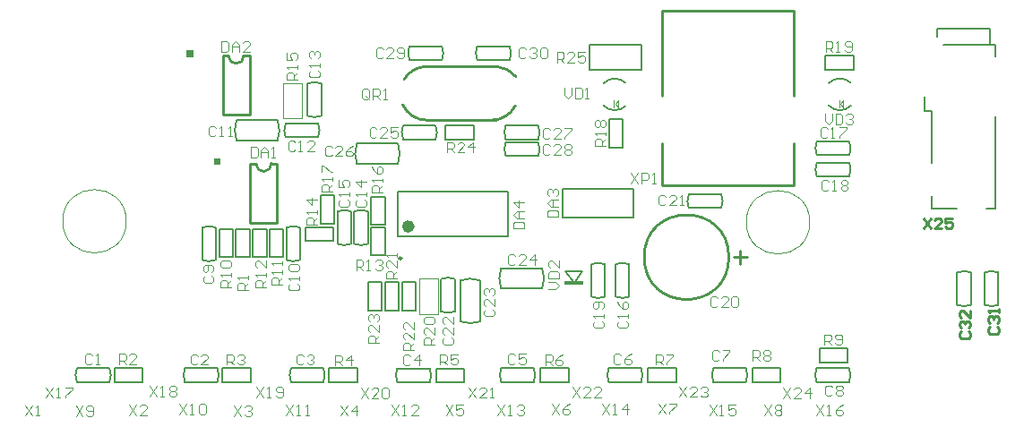
<source format=gto>
G04 Layer_Color=65535*
%FSLAX24Y24*%
%MOIN*%
G70*
G01*
G75*
%ADD10C,0.0079*%
%ADD32C,0.0098*%
%ADD41C,0.0039*%
%ADD42C,0.0070*%
%ADD43C,0.0071*%
%ADD44C,0.0100*%
%ADD45C,0.0236*%
%ADD46C,0.0070*%
G36*
X54277Y36374D02*
X53557D01*
Y36484D01*
X54277D01*
Y36374D01*
D02*
G37*
G36*
X40780Y40821D02*
X40530D01*
Y41071D01*
X40780D01*
Y40821D01*
D02*
G37*
G36*
X39756Y44837D02*
X39506D01*
Y45087D01*
X39756D01*
Y44837D01*
D02*
G37*
D10*
X67441Y45591D02*
Y45886D01*
X69409D01*
Y45295D02*
Y45886D01*
X66968Y42815D02*
Y43346D01*
X69252Y39193D02*
X69606D01*
Y42638D01*
Y44843D02*
Y45295D01*
X67244Y39193D02*
X68169D01*
X67244D02*
Y39646D01*
Y40906D02*
Y42815D01*
X66968D02*
X67244D01*
X67677Y45295D02*
X69606D01*
X53917Y36424D02*
X54247Y36854D01*
X53587D02*
X53917Y36424D01*
X53587Y36854D02*
X54247D01*
X47382Y38146D02*
X51476D01*
X47382Y39839D02*
X51476D01*
X47382Y38146D02*
Y39839D01*
X51476Y38146D02*
Y39839D01*
X53504Y39921D02*
X56142D01*
X53504Y38858D02*
X56142D01*
Y39921D01*
X53504Y38858D02*
Y39921D01*
D32*
X47510Y37343D02*
G03*
X47510Y37343I-49J0D01*
G01*
D41*
X37264Y38720D02*
G03*
X37264Y38720I-1181J0D01*
G01*
X62697Y38681D02*
G03*
X62697Y38681I-1181J0D01*
G01*
X63829Y43091D02*
X63947Y43209D01*
X63829Y43091D02*
X63947Y42972D01*
Y43209D01*
X63789Y42972D02*
Y43209D01*
X55453Y43091D02*
X55571Y43209D01*
X55453Y43091D02*
X55571Y42972D01*
Y43209D01*
X55413Y42972D02*
Y43209D01*
X48173Y36583D02*
X48874D01*
X48173Y35268D02*
X48874D01*
X48173D02*
Y36583D01*
X48874Y35268D02*
Y36583D01*
X43094Y43866D02*
X43795D01*
X43094Y42551D02*
X43795D01*
X43094D02*
Y43866D01*
X43795Y42551D02*
Y43866D01*
X36010Y33714D02*
X35945Y33779D01*
X35814D01*
X35748Y33714D01*
Y33451D01*
X35814Y33386D01*
X35945D01*
X36010Y33451D01*
X36142Y33386D02*
X36273D01*
X36207D01*
Y33779D01*
X36142Y33714D01*
X39918Y33704D02*
X39852Y33770D01*
X39721D01*
X39656Y33704D01*
Y33442D01*
X39721Y33376D01*
X39852D01*
X39918Y33442D01*
X40311Y33376D02*
X40049D01*
X40311Y33638D01*
Y33704D01*
X40246Y33770D01*
X40115D01*
X40049Y33704D01*
X43855D02*
X43789Y33770D01*
X43658D01*
X43593Y33704D01*
Y33442D01*
X43658Y33376D01*
X43789D01*
X43855Y33442D01*
X43986Y33704D02*
X44052Y33770D01*
X44183D01*
X44248Y33704D01*
Y33638D01*
X44183Y33573D01*
X44117D01*
X44183D01*
X44248Y33507D01*
Y33442D01*
X44183Y33376D01*
X44052D01*
X43986Y33442D01*
X47841Y33684D02*
X47776Y33750D01*
X47644D01*
X47579Y33684D01*
Y33422D01*
X47644Y33356D01*
X47776D01*
X47841Y33422D01*
X48169Y33356D02*
Y33750D01*
X47972Y33553D01*
X48235D01*
X51729Y33714D02*
X51663Y33779D01*
X51532D01*
X51467Y33714D01*
Y33451D01*
X51532Y33386D01*
X51663D01*
X51729Y33451D01*
X52122Y33779D02*
X51860D01*
Y33583D01*
X51991Y33648D01*
X52057D01*
X52122Y33583D01*
Y33451D01*
X52057Y33386D01*
X51926D01*
X51860Y33451D01*
X55676Y33714D02*
X55610Y33779D01*
X55479D01*
X55413Y33714D01*
Y33451D01*
X55479Y33386D01*
X55610D01*
X55676Y33451D01*
X56069Y33779D02*
X55938Y33714D01*
X55807Y33583D01*
Y33451D01*
X55873Y33386D01*
X56004D01*
X56069Y33451D01*
Y33517D01*
X56004Y33583D01*
X55807D01*
X59322Y33848D02*
X59257Y33914D01*
X59126D01*
X59060Y33848D01*
Y33586D01*
X59126Y33520D01*
X59257D01*
X59322Y33586D01*
X59454Y33914D02*
X59716D01*
Y33848D01*
X59454Y33586D01*
Y33520D01*
X63540Y32543D02*
X63474Y32608D01*
X63343D01*
X63278Y32543D01*
Y32280D01*
X63343Y32215D01*
X63474D01*
X63540Y32280D01*
X63671Y32543D02*
X63737Y32608D01*
X63868D01*
X63934Y32543D01*
Y32477D01*
X63868Y32411D01*
X63934Y32346D01*
Y32280D01*
X63868Y32215D01*
X63737D01*
X63671Y32280D01*
Y32346D01*
X63737Y32411D01*
X63671Y32477D01*
Y32543D01*
X63737Y32411D02*
X63868D01*
X40184Y36699D02*
X40118Y36634D01*
Y36503D01*
X40184Y36437D01*
X40446D01*
X40512Y36503D01*
Y36634D01*
X40446Y36699D01*
Y36831D02*
X40512Y36896D01*
Y37027D01*
X40446Y37093D01*
X40184D01*
X40118Y37027D01*
Y36896D01*
X40184Y36831D01*
X40249D01*
X40315Y36896D01*
Y37093D01*
X43363Y36404D02*
X43297Y36339D01*
Y36207D01*
X43363Y36142D01*
X43625D01*
X43691Y36207D01*
Y36339D01*
X43625Y36404D01*
X43691Y36535D02*
Y36667D01*
Y36601D01*
X43297D01*
X43363Y36535D01*
Y36863D02*
X43297Y36929D01*
Y37060D01*
X43363Y37126D01*
X43625D01*
X43691Y37060D01*
Y36929D01*
X43625Y36863D01*
X43363D01*
X40597Y42208D02*
X40531Y42274D01*
X40400D01*
X40335Y42208D01*
Y41946D01*
X40400Y41880D01*
X40531D01*
X40597Y41946D01*
X40728Y41880D02*
X40859D01*
X40794D01*
Y42274D01*
X40728Y42208D01*
X41056Y41880D02*
X41187D01*
X41122D01*
Y42274D01*
X41056Y42208D01*
X43550Y41647D02*
X43484Y41712D01*
X43353D01*
X43287Y41647D01*
Y41384D01*
X43353Y41319D01*
X43484D01*
X43550Y41384D01*
X43681Y41319D02*
X43812D01*
X43747D01*
Y41712D01*
X43681Y41647D01*
X44271Y41319D02*
X44009D01*
X44271Y41581D01*
Y41647D01*
X44206Y41712D01*
X44075D01*
X44009Y41647D01*
X44141Y44337D02*
X44075Y44272D01*
Y44140D01*
X44141Y44075D01*
X44403D01*
X44468Y44140D01*
Y44272D01*
X44403Y44337D01*
X44468Y44468D02*
Y44600D01*
Y44534D01*
X44075D01*
X44141Y44468D01*
Y44796D02*
X44075Y44862D01*
Y44993D01*
X44141Y45059D01*
X44206D01*
X44272Y44993D01*
Y44928D01*
Y44993D01*
X44337Y45059D01*
X44403D01*
X44468Y44993D01*
Y44862D01*
X44403Y44796D01*
X45873Y39534D02*
X45807Y39468D01*
Y39337D01*
X45873Y39272D01*
X46135D01*
X46201Y39337D01*
Y39468D01*
X46135Y39534D01*
X46201Y39665D02*
Y39796D01*
Y39731D01*
X45807D01*
X45873Y39665D01*
X46201Y40190D02*
X45807D01*
X46004Y39993D01*
Y40256D01*
X45243Y39534D02*
X45177Y39468D01*
Y39337D01*
X45243Y39272D01*
X45505D01*
X45571Y39337D01*
Y39468D01*
X45505Y39534D01*
X45571Y39665D02*
Y39796D01*
Y39731D01*
X45177D01*
X45243Y39665D01*
X45177Y40256D02*
Y39993D01*
X45374D01*
X45308Y40124D01*
Y40190D01*
X45374Y40256D01*
X45505D01*
X45571Y40190D01*
Y40059D01*
X45505Y39993D01*
X55597Y35006D02*
X55532Y34941D01*
Y34810D01*
X55597Y34744D01*
X55860D01*
X55925Y34810D01*
Y34941D01*
X55860Y35006D01*
X55925Y35138D02*
Y35269D01*
Y35203D01*
X55532D01*
X55597Y35138D01*
X55532Y35728D02*
X55597Y35597D01*
X55728Y35466D01*
X55860D01*
X55925Y35531D01*
Y35662D01*
X55860Y35728D01*
X55794D01*
X55728Y35662D01*
Y35466D01*
X63353Y42159D02*
X63287Y42224D01*
X63156D01*
X63091Y42159D01*
Y41896D01*
X63156Y41831D01*
X63287D01*
X63353Y41896D01*
X63484Y41831D02*
X63615D01*
X63550D01*
Y42224D01*
X63484Y42159D01*
X63812Y42224D02*
X64074D01*
Y42159D01*
X63812Y41896D01*
Y41831D01*
X63392Y40190D02*
X63327Y40256D01*
X63196D01*
X63130Y40190D01*
Y39928D01*
X63196Y39862D01*
X63327D01*
X63392Y39928D01*
X63524Y39862D02*
X63655D01*
X63589D01*
Y40256D01*
X63524Y40190D01*
X63851D02*
X63917Y40256D01*
X64048D01*
X64114Y40190D01*
Y40125D01*
X64048Y40059D01*
X64114Y39993D01*
Y39928D01*
X64048Y39862D01*
X63917D01*
X63851Y39928D01*
Y39993D01*
X63917Y40059D01*
X63851Y40125D01*
Y40190D01*
X63917Y40059D02*
X64048D01*
X54692Y35006D02*
X54626Y34941D01*
Y34810D01*
X54692Y34744D01*
X54954D01*
X55020Y34810D01*
Y34941D01*
X54954Y35006D01*
X55020Y35138D02*
Y35269D01*
Y35203D01*
X54626D01*
X54692Y35138D01*
X54954Y35466D02*
X55020Y35531D01*
Y35662D01*
X54954Y35728D01*
X54692D01*
X54626Y35662D01*
Y35531D01*
X54692Y35466D01*
X54757D01*
X54823Y35531D01*
Y35728D01*
X59258Y35859D02*
X59193Y35925D01*
X59062D01*
X58996Y35859D01*
Y35597D01*
X59062Y35531D01*
X59193D01*
X59258Y35597D01*
X59652Y35531D02*
X59390D01*
X59652Y35794D01*
Y35859D01*
X59586Y35925D01*
X59455D01*
X59390Y35859D01*
X59783D02*
X59849Y35925D01*
X59980D01*
X60046Y35859D01*
Y35597D01*
X59980Y35531D01*
X59849D01*
X59783Y35597D01*
Y35859D01*
X57329Y39639D02*
X57264Y39705D01*
X57133D01*
X57067Y39639D01*
Y39377D01*
X57133Y39311D01*
X57264D01*
X57329Y39377D01*
X57723Y39311D02*
X57460D01*
X57723Y39573D01*
Y39639D01*
X57657Y39705D01*
X57526D01*
X57460Y39639D01*
X57854Y39311D02*
X57985D01*
X57920D01*
Y39705D01*
X57854Y39639D01*
X49101Y34377D02*
X49036Y34311D01*
Y34180D01*
X49101Y34114D01*
X49364D01*
X49429Y34180D01*
Y34311D01*
X49364Y34377D01*
X49429Y34770D02*
Y34508D01*
X49167Y34770D01*
X49101D01*
X49036Y34705D01*
Y34573D01*
X49101Y34508D01*
X49429Y35164D02*
Y34901D01*
X49167Y35164D01*
X49101D01*
X49036Y35098D01*
Y34967D01*
X49101Y34901D01*
X50637Y35440D02*
X50571Y35374D01*
Y35243D01*
X50637Y35177D01*
X50899D01*
X50965Y35243D01*
Y35374D01*
X50899Y35440D01*
X50965Y35833D02*
Y35571D01*
X50702Y35833D01*
X50637D01*
X50571Y35768D01*
Y35636D01*
X50637Y35571D01*
Y35964D02*
X50571Y36030D01*
Y36161D01*
X50637Y36227D01*
X50702D01*
X50768Y36161D01*
Y36095D01*
Y36161D01*
X50833Y36227D01*
X50899D01*
X50965Y36161D01*
Y36030D01*
X50899Y35964D01*
X51739Y37434D02*
X51673Y37500D01*
X51542D01*
X51476Y37434D01*
Y37172D01*
X51542Y37106D01*
X51673D01*
X51739Y37172D01*
X52132Y37106D02*
X51870D01*
X52132Y37369D01*
Y37434D01*
X52067Y37500D01*
X51936D01*
X51870Y37434D01*
X52460Y37106D02*
Y37500D01*
X52264Y37303D01*
X52526D01*
X46581Y42159D02*
X46516Y42224D01*
X46384D01*
X46319Y42159D01*
Y41896D01*
X46384Y41831D01*
X46516D01*
X46581Y41896D01*
X46975Y41831D02*
X46712D01*
X46975Y42093D01*
Y42159D01*
X46909Y42224D01*
X46778D01*
X46712Y42159D01*
X47368Y42224D02*
X47106D01*
Y42027D01*
X47237Y42093D01*
X47303D01*
X47368Y42027D01*
Y41896D01*
X47303Y41831D01*
X47172D01*
X47106Y41896D01*
X44918Y41470D02*
X44852Y41535D01*
X44721D01*
X44656Y41470D01*
Y41207D01*
X44721Y41142D01*
X44852D01*
X44918Y41207D01*
X45311Y41142D02*
X45049D01*
X45311Y41404D01*
Y41470D01*
X45246Y41535D01*
X45115D01*
X45049Y41470D01*
X45705Y41535D02*
X45574Y41470D01*
X45443Y41339D01*
Y41207D01*
X45508Y41142D01*
X45639D01*
X45705Y41207D01*
Y41273D01*
X45639Y41339D01*
X45443D01*
X53038Y42118D02*
X52972Y42184D01*
X52841D01*
X52776Y42118D01*
Y41856D01*
X52841Y41790D01*
X52972D01*
X53038Y41856D01*
X53432Y41790D02*
X53169D01*
X53432Y42053D01*
Y42118D01*
X53366Y42184D01*
X53235D01*
X53169Y42118D01*
X53563Y42184D02*
X53825D01*
Y42118D01*
X53563Y41856D01*
Y41790D01*
X53038Y41529D02*
X52972Y41594D01*
X52841D01*
X52776Y41529D01*
Y41266D01*
X52841Y41201D01*
X52972D01*
X53038Y41266D01*
X53432Y41201D02*
X53169D01*
X53432Y41463D01*
Y41529D01*
X53366Y41594D01*
X53235D01*
X53169Y41529D01*
X53563D02*
X53628Y41594D01*
X53760D01*
X53825Y41529D01*
Y41463D01*
X53760Y41398D01*
X53825Y41332D01*
Y41266D01*
X53760Y41201D01*
X53628D01*
X53563Y41266D01*
Y41332D01*
X53628Y41398D01*
X53563Y41463D01*
Y41529D01*
X53628Y41398D02*
X53760D01*
X46817Y45111D02*
X46752Y45177D01*
X46621D01*
X46555Y45111D01*
Y44849D01*
X46621Y44783D01*
X46752D01*
X46817Y44849D01*
X47211Y44783D02*
X46949D01*
X47211Y45046D01*
Y45111D01*
X47145Y45177D01*
X47014D01*
X46949Y45111D01*
X47342Y44849D02*
X47408Y44783D01*
X47539D01*
X47605Y44849D01*
Y45111D01*
X47539Y45177D01*
X47408D01*
X47342Y45111D01*
Y45046D01*
X47408Y44980D01*
X47605D01*
X52132Y45111D02*
X52067Y45177D01*
X51936D01*
X51870Y45111D01*
Y44849D01*
X51936Y44783D01*
X52067D01*
X52132Y44849D01*
X52264Y45111D02*
X52329Y45177D01*
X52460D01*
X52526Y45111D01*
Y45046D01*
X52460Y44980D01*
X52395D01*
X52460D01*
X52526Y44915D01*
Y44849D01*
X52460Y44783D01*
X52329D01*
X52264Y44849D01*
X52657Y45111D02*
X52723Y45177D01*
X52854D01*
X52920Y45111D01*
Y44849D01*
X52854Y44783D01*
X52723D01*
X52657Y44849D01*
Y45111D01*
X41890Y41476D02*
Y41083D01*
X42087D01*
X42152Y41148D01*
Y41411D01*
X42087Y41476D01*
X41890D01*
X42283Y41083D02*
Y41345D01*
X42415Y41476D01*
X42546Y41345D01*
Y41083D01*
Y41279D01*
X42283D01*
X42677Y41083D02*
X42808D01*
X42743D01*
Y41476D01*
X42677Y41411D01*
X40807Y45413D02*
Y45020D01*
X41004D01*
X41069Y45085D01*
Y45348D01*
X41004Y45413D01*
X40807D01*
X41201Y45020D02*
Y45282D01*
X41332Y45413D01*
X41463Y45282D01*
Y45020D01*
Y45216D01*
X41201D01*
X41857Y45020D02*
X41594D01*
X41857Y45282D01*
Y45348D01*
X41791Y45413D01*
X41660D01*
X41594Y45348D01*
X52933Y38878D02*
X53327D01*
Y39075D01*
X53261Y39140D01*
X52999D01*
X52933Y39075D01*
Y38878D01*
X53327Y39272D02*
X53064D01*
X52933Y39403D01*
X53064Y39534D01*
X53327D01*
X53130D01*
Y39272D01*
X52999Y39665D02*
X52933Y39731D01*
Y39862D01*
X52999Y39927D01*
X53064D01*
X53130Y39862D01*
Y39796D01*
Y39862D01*
X53196Y39927D01*
X53261D01*
X53327Y39862D01*
Y39731D01*
X53261Y39665D01*
X51673Y38445D02*
X52067D01*
Y38642D01*
X52001Y38707D01*
X51739D01*
X51673Y38642D01*
Y38445D01*
X52067Y38838D02*
X51805D01*
X51673Y38970D01*
X51805Y39101D01*
X52067D01*
X51870D01*
Y38838D01*
X52067Y39429D02*
X51673D01*
X51870Y39232D01*
Y39494D01*
X46306Y43314D02*
Y43576D01*
X46240Y43642D01*
X46109D01*
X46043Y43576D01*
Y43314D01*
X46109Y43248D01*
X46240D01*
X46175Y43379D02*
X46306Y43248D01*
X46240D02*
X46306Y43314D01*
X46437Y43248D02*
Y43642D01*
X46634D01*
X46699Y43576D01*
Y43445D01*
X46634Y43379D01*
X46437D01*
X46568D02*
X46699Y43248D01*
X46830D02*
X46962D01*
X46896D01*
Y43642D01*
X46830Y43576D01*
X41791Y36171D02*
X41398D01*
Y36368D01*
X41463Y36434D01*
X41595D01*
X41660Y36368D01*
Y36171D01*
Y36302D02*
X41791Y36434D01*
Y36565D02*
Y36696D01*
Y36630D01*
X41398D01*
X41463Y36565D01*
X36988Y33386D02*
Y33779D01*
X37185D01*
X37251Y33714D01*
Y33583D01*
X37185Y33517D01*
X36988D01*
X37119D02*
X37251Y33386D01*
X37644D02*
X37382D01*
X37644Y33648D01*
Y33714D01*
X37579Y33779D01*
X37447D01*
X37382Y33714D01*
X41004Y33376D02*
Y33770D01*
X41201D01*
X41266Y33704D01*
Y33573D01*
X41201Y33507D01*
X41004D01*
X41135D02*
X41266Y33376D01*
X41398Y33704D02*
X41463Y33770D01*
X41594D01*
X41660Y33704D01*
Y33638D01*
X41594Y33573D01*
X41529D01*
X41594D01*
X41660Y33507D01*
Y33442D01*
X41594Y33376D01*
X41463D01*
X41398Y33442D01*
X45030Y33346D02*
Y33740D01*
X45226D01*
X45292Y33674D01*
Y33543D01*
X45226Y33478D01*
X45030D01*
X45161D02*
X45292Y33346D01*
X45620D02*
Y33740D01*
X45423Y33543D01*
X45685D01*
X48937Y33376D02*
Y33770D01*
X49134D01*
X49199Y33704D01*
Y33573D01*
X49134Y33507D01*
X48937D01*
X49068D02*
X49199Y33376D01*
X49593Y33770D02*
X49331D01*
Y33573D01*
X49462Y33638D01*
X49527D01*
X49593Y33573D01*
Y33442D01*
X49527Y33376D01*
X49396D01*
X49331Y33442D01*
X52854Y33366D02*
Y33760D01*
X53051D01*
X53117Y33694D01*
Y33563D01*
X53051Y33497D01*
X52854D01*
X52986D02*
X53117Y33366D01*
X53510Y33760D02*
X53379Y33694D01*
X53248Y33563D01*
Y33432D01*
X53313Y33366D01*
X53445D01*
X53510Y33432D01*
Y33497D01*
X53445Y33563D01*
X53248D01*
X56959Y33376D02*
Y33770D01*
X57155D01*
X57221Y33704D01*
Y33573D01*
X57155Y33507D01*
X56959D01*
X57090D02*
X57221Y33376D01*
X57352Y33770D02*
X57615D01*
Y33704D01*
X57352Y33442D01*
Y33376D01*
X60580Y33520D02*
Y33914D01*
X60777D01*
X60842Y33848D01*
Y33717D01*
X60777Y33651D01*
X60580D01*
X60711D02*
X60842Y33520D01*
X60974Y33848D02*
X61039Y33914D01*
X61170D01*
X61236Y33848D01*
Y33782D01*
X61170Y33717D01*
X61236Y33651D01*
Y33586D01*
X61170Y33520D01*
X61039D01*
X60974Y33586D01*
Y33651D01*
X61039Y33717D01*
X60974Y33782D01*
Y33848D01*
X61039Y33717D02*
X61170D01*
X63238Y34114D02*
Y34508D01*
X63435D01*
X63501Y34442D01*
Y34311D01*
X63435Y34245D01*
X63238D01*
X63369D02*
X63501Y34114D01*
X63632Y34180D02*
X63697Y34114D01*
X63829D01*
X63894Y34180D01*
Y34442D01*
X63829Y34508D01*
X63697D01*
X63632Y34442D01*
Y34377D01*
X63697Y34311D01*
X63894D01*
X41171Y36260D02*
X40778D01*
Y36457D01*
X40843Y36522D01*
X40974D01*
X41040Y36457D01*
Y36260D01*
Y36391D02*
X41171Y36522D01*
Y36653D02*
Y36785D01*
Y36719D01*
X40778D01*
X40843Y36653D01*
Y36981D02*
X40778Y37047D01*
Y37178D01*
X40843Y37244D01*
X41106D01*
X41171Y37178D01*
Y37047D01*
X41106Y36981D01*
X40843D01*
X43051Y36358D02*
X42658D01*
Y36555D01*
X42723Y36621D01*
X42854D01*
X42920Y36555D01*
Y36358D01*
Y36489D02*
X43051Y36621D01*
Y36752D02*
Y36883D01*
Y36817D01*
X42658D01*
X42723Y36752D01*
X43051Y37080D02*
Y37211D01*
Y37145D01*
X42658D01*
X42723Y37080D01*
X42451Y36260D02*
X42057D01*
Y36457D01*
X42123Y36522D01*
X42254D01*
X42320Y36457D01*
Y36260D01*
Y36391D02*
X42451Y36522D01*
Y36653D02*
Y36785D01*
Y36719D01*
X42057D01*
X42123Y36653D01*
X42451Y37244D02*
Y36981D01*
X42188Y37244D01*
X42123D01*
X42057Y37178D01*
Y37047D01*
X42123Y36981D01*
X45817Y36900D02*
Y37293D01*
X46014D01*
X46079Y37228D01*
Y37096D01*
X46014Y37031D01*
X45817D01*
X45948D02*
X46079Y36900D01*
X46210D02*
X46342D01*
X46276D01*
Y37293D01*
X46210Y37228D01*
X46538D02*
X46604Y37293D01*
X46735D01*
X46801Y37228D01*
Y37162D01*
X46735Y37096D01*
X46670D01*
X46735D01*
X46801Y37031D01*
Y36965D01*
X46735Y36900D01*
X46604D01*
X46538Y36965D01*
X44370Y38602D02*
X43976D01*
Y38799D01*
X44042Y38865D01*
X44173D01*
X44239Y38799D01*
Y38602D01*
Y38734D02*
X44370Y38865D01*
Y38996D02*
Y39127D01*
Y39062D01*
X43976D01*
X44042Y38996D01*
X44370Y39521D02*
X43976D01*
X44173Y39324D01*
Y39586D01*
X43642Y43996D02*
X43248D01*
Y44193D01*
X43314Y44258D01*
X43445D01*
X43511Y44193D01*
Y43996D01*
Y44127D02*
X43642Y44258D01*
Y44390D02*
Y44521D01*
Y44455D01*
X43248D01*
X43314Y44390D01*
X43248Y44980D02*
Y44718D01*
X43445D01*
X43379Y44849D01*
Y44914D01*
X43445Y44980D01*
X43576D01*
X43642Y44914D01*
Y44783D01*
X43576Y44718D01*
X46791Y39783D02*
X46398D01*
Y39980D01*
X46463Y40046D01*
X46595D01*
X46660Y39980D01*
Y39783D01*
Y39915D02*
X46791Y40046D01*
Y40177D02*
Y40308D01*
Y40243D01*
X46398D01*
X46463Y40177D01*
X46398Y40767D02*
X46463Y40636D01*
X46595Y40505D01*
X46726D01*
X46791Y40571D01*
Y40702D01*
X46726Y40767D01*
X46660D01*
X46595Y40702D01*
Y40505D01*
X44941Y39823D02*
X44547D01*
Y40020D01*
X44613Y40085D01*
X44744D01*
X44810Y40020D01*
Y39823D01*
Y39954D02*
X44941Y40085D01*
Y40216D02*
Y40348D01*
Y40282D01*
X44547D01*
X44613Y40216D01*
X44547Y40544D02*
Y40807D01*
X44613D01*
X44875Y40544D01*
X44941D01*
X55098Y41516D02*
X54705D01*
Y41713D01*
X54770Y41778D01*
X54902D01*
X54967Y41713D01*
Y41516D01*
Y41647D02*
X55098Y41778D01*
Y41909D02*
Y42041D01*
Y41975D01*
X54705D01*
X54770Y41909D01*
Y42237D02*
X54705Y42303D01*
Y42434D01*
X54770Y42500D01*
X54836D01*
X54902Y42434D01*
X54967Y42500D01*
X55033D01*
X55098Y42434D01*
Y42303D01*
X55033Y42237D01*
X54967D01*
X54902Y42303D01*
X54836Y42237D01*
X54770D01*
X54902Y42303D02*
Y42434D01*
X63287Y45020D02*
Y45413D01*
X63484D01*
X63550Y45348D01*
Y45216D01*
X63484Y45151D01*
X63287D01*
X63419D02*
X63550Y45020D01*
X63681D02*
X63812D01*
X63747D01*
Y45413D01*
X63681Y45348D01*
X64009Y45085D02*
X64075Y45020D01*
X64206D01*
X64271Y45085D01*
Y45348D01*
X64206Y45413D01*
X64075D01*
X64009Y45348D01*
Y45282D01*
X64075Y45216D01*
X64271D01*
X48720Y34114D02*
X48327D01*
Y34311D01*
X48392Y34377D01*
X48524D01*
X48589Y34311D01*
Y34114D01*
Y34245D02*
X48720Y34377D01*
Y34770D02*
Y34508D01*
X48458Y34770D01*
X48392D01*
X48327Y34705D01*
Y34573D01*
X48392Y34508D01*
Y34901D02*
X48327Y34967D01*
Y35098D01*
X48392Y35164D01*
X48655D01*
X48720Y35098D01*
Y34967D01*
X48655Y34901D01*
X48392D01*
X47343Y36594D02*
X46949D01*
Y36791D01*
X47015Y36857D01*
X47146D01*
X47211Y36791D01*
Y36594D01*
Y36726D02*
X47343Y36857D01*
Y37250D02*
Y36988D01*
X47080Y37250D01*
X47015D01*
X46949Y37185D01*
Y37054D01*
X47015Y36988D01*
X47343Y37382D02*
Y37513D01*
Y37447D01*
X46949D01*
X47015Y37382D01*
X47972Y33917D02*
X47579D01*
Y34114D01*
X47644Y34180D01*
X47776D01*
X47841Y34114D01*
Y33917D01*
Y34049D02*
X47972Y34180D01*
Y34573D02*
Y34311D01*
X47710Y34573D01*
X47644D01*
X47579Y34508D01*
Y34376D01*
X47644Y34311D01*
X47972Y34967D02*
Y34704D01*
X47710Y34967D01*
X47644D01*
X47579Y34901D01*
Y34770D01*
X47644Y34704D01*
X46673Y34193D02*
X46280D01*
Y34390D01*
X46345Y34455D01*
X46476D01*
X46542Y34390D01*
Y34193D01*
Y34324D02*
X46673Y34455D01*
Y34849D02*
Y34586D01*
X46411Y34849D01*
X46345D01*
X46280Y34783D01*
Y34652D01*
X46345Y34586D01*
Y34980D02*
X46280Y35046D01*
Y35177D01*
X46345Y35242D01*
X46411D01*
X46476Y35177D01*
Y35111D01*
Y35177D01*
X46542Y35242D01*
X46608D01*
X46673Y35177D01*
Y35046D01*
X46608Y34980D01*
X49193Y41280D02*
Y41673D01*
X49390D01*
X49455Y41608D01*
Y41476D01*
X49390Y41411D01*
X49193D01*
X49324D02*
X49455Y41280D01*
X49849D02*
X49586D01*
X49849Y41542D01*
Y41608D01*
X49783Y41673D01*
X49652D01*
X49586Y41608D01*
X50177Y41280D02*
Y41673D01*
X49980Y41476D01*
X50242D01*
X53287Y44626D02*
Y45020D01*
X53484D01*
X53550Y44954D01*
Y44823D01*
X53484Y44757D01*
X53287D01*
X53419D02*
X53550Y44626D01*
X53943D02*
X53681D01*
X53943Y44888D01*
Y44954D01*
X53878Y45020D01*
X53747D01*
X53681Y44954D01*
X54337Y45020D02*
X54075D01*
Y44823D01*
X54206Y44888D01*
X54271D01*
X54337Y44823D01*
Y44692D01*
X54271Y44626D01*
X54140D01*
X54075Y44692D01*
X53563Y43681D02*
Y43419D01*
X53694Y43287D01*
X53825Y43419D01*
Y43681D01*
X53957D02*
Y43287D01*
X54153D01*
X54219Y43353D01*
Y43615D01*
X54153Y43681D01*
X53957D01*
X54350Y43287D02*
X54481D01*
X54416D01*
Y43681D01*
X54350Y43615D01*
X52973Y36201D02*
X53235D01*
X53366Y36332D01*
X53235Y36463D01*
X52973D01*
Y36594D02*
X53366D01*
Y36791D01*
X53301Y36857D01*
X53038D01*
X52973Y36791D01*
Y36594D01*
X53366Y37250D02*
Y36988D01*
X53104Y37250D01*
X53038D01*
X52973Y37185D01*
Y37054D01*
X53038Y36988D01*
X63258Y42726D02*
Y42464D01*
X63389Y42333D01*
X63520Y42464D01*
Y42726D01*
X63651D02*
Y42333D01*
X63848D01*
X63914Y42398D01*
Y42661D01*
X63848Y42726D01*
X63651D01*
X64045Y42661D02*
X64111Y42726D01*
X64242D01*
X64307Y42661D01*
Y42595D01*
X64242Y42529D01*
X64176D01*
X64242D01*
X64307Y42464D01*
Y42398D01*
X64242Y42333D01*
X64111D01*
X64045Y42398D01*
X34281Y32539D02*
X34544Y32146D01*
Y32539D02*
X34281Y32146D01*
X34675D02*
X34806D01*
X34741D01*
Y32539D01*
X34675Y32474D01*
X35003Y32539D02*
X35265D01*
Y32474D01*
X35003Y32211D01*
Y32146D01*
X38140Y32588D02*
X38402Y32195D01*
Y32588D02*
X38140Y32195D01*
X38533D02*
X38665D01*
X38599D01*
Y32588D01*
X38533Y32523D01*
X38861D02*
X38927Y32588D01*
X39058D01*
X39124Y32523D01*
Y32457D01*
X39058Y32392D01*
X39124Y32326D01*
Y32260D01*
X39058Y32195D01*
X38927D01*
X38861Y32260D01*
Y32326D01*
X38927Y32392D01*
X38861Y32457D01*
Y32523D01*
X38927Y32392D02*
X39058D01*
X42106Y32549D02*
X42369Y32156D01*
Y32549D02*
X42106Y32156D01*
X42500D02*
X42631D01*
X42565D01*
Y32549D01*
X42500Y32483D01*
X42828Y32221D02*
X42893Y32156D01*
X43025D01*
X43090Y32221D01*
Y32483D01*
X43025Y32549D01*
X42893D01*
X42828Y32483D01*
Y32418D01*
X42893Y32352D01*
X43090D01*
X45994Y32529D02*
X46256Y32136D01*
Y32529D02*
X45994Y32136D01*
X46650D02*
X46388D01*
X46650Y32398D01*
Y32464D01*
X46584Y32529D01*
X46453D01*
X46388Y32464D01*
X46781D02*
X46847Y32529D01*
X46978D01*
X47044Y32464D01*
Y32201D01*
X46978Y32136D01*
X46847D01*
X46781Y32201D01*
Y32464D01*
X50010Y32539D02*
X50272Y32146D01*
Y32539D02*
X50010Y32146D01*
X50666D02*
X50403D01*
X50666Y32408D01*
Y32474D01*
X50600Y32539D01*
X50469D01*
X50403Y32474D01*
X50797Y32146D02*
X50928D01*
X50863D01*
Y32539D01*
X50797Y32474D01*
X53868Y32549D02*
X54130Y32156D01*
Y32549D02*
X53868Y32156D01*
X54524D02*
X54262D01*
X54524Y32418D01*
Y32483D01*
X54458Y32549D01*
X54327D01*
X54262Y32483D01*
X54918Y32156D02*
X54655D01*
X54918Y32418D01*
Y32483D01*
X54852Y32549D01*
X54721D01*
X54655Y32483D01*
X57835Y32569D02*
X58097Y32175D01*
Y32569D02*
X57835Y32175D01*
X58491D02*
X58228D01*
X58491Y32438D01*
Y32503D01*
X58425Y32569D01*
X58294D01*
X58228Y32503D01*
X58622D02*
X58687Y32569D01*
X58819D01*
X58884Y32503D01*
Y32438D01*
X58819Y32372D01*
X58753D01*
X58819D01*
X58884Y32306D01*
Y32241D01*
X58819Y32175D01*
X58687D01*
X58622Y32241D01*
X61703Y32510D02*
X61965Y32116D01*
Y32510D02*
X61703Y32116D01*
X62359D02*
X62096D01*
X62359Y32379D01*
Y32444D01*
X62293Y32510D01*
X62162D01*
X62096Y32444D01*
X62687Y32116D02*
Y32510D01*
X62490Y32313D01*
X62752D01*
X56033Y40531D02*
X56296Y40138D01*
Y40531D02*
X56033Y40138D01*
X56427D02*
Y40531D01*
X56624D01*
X56689Y40466D01*
Y40335D01*
X56624Y40269D01*
X56427D01*
X56821Y40138D02*
X56952D01*
X56886D01*
Y40531D01*
X56821Y40466D01*
X62933Y31899D02*
X63195Y31506D01*
Y31899D02*
X62933Y31506D01*
X63327D02*
X63458D01*
X63392D01*
Y31899D01*
X63327Y31834D01*
X63917Y31899D02*
X63786Y31834D01*
X63655Y31703D01*
Y31572D01*
X63720Y31506D01*
X63851D01*
X63917Y31572D01*
Y31637D01*
X63851Y31703D01*
X63655D01*
X58957Y31899D02*
X59219Y31506D01*
Y31899D02*
X58957Y31506D01*
X59350D02*
X59481D01*
X59416D01*
Y31899D01*
X59350Y31834D01*
X59941Y31899D02*
X59678D01*
Y31703D01*
X59809Y31768D01*
X59875D01*
X59941Y31703D01*
Y31572D01*
X59875Y31506D01*
X59744D01*
X59678Y31572D01*
X54970Y31909D02*
X55233Y31516D01*
Y31909D02*
X54970Y31516D01*
X55364D02*
X55495D01*
X55430D01*
Y31909D01*
X55364Y31844D01*
X55889Y31516D02*
Y31909D01*
X55692Y31713D01*
X55954D01*
X51073Y31899D02*
X51335Y31506D01*
Y31899D02*
X51073Y31506D01*
X51466D02*
X51598D01*
X51532D01*
Y31899D01*
X51466Y31834D01*
X51794D02*
X51860Y31899D01*
X51991D01*
X52057Y31834D01*
Y31768D01*
X51991Y31703D01*
X51926D01*
X51991D01*
X52057Y31637D01*
Y31572D01*
X51991Y31506D01*
X51860D01*
X51794Y31572D01*
X47136Y31880D02*
X47398Y31486D01*
Y31880D02*
X47136Y31486D01*
X47529D02*
X47661D01*
X47595D01*
Y31880D01*
X47529Y31814D01*
X48120Y31486D02*
X47857D01*
X48120Y31749D01*
Y31814D01*
X48054Y31880D01*
X47923D01*
X47857Y31814D01*
X43199Y31899D02*
X43461Y31506D01*
Y31899D02*
X43199Y31506D01*
X43592D02*
X43724D01*
X43658D01*
Y31899D01*
X43592Y31834D01*
X43920Y31506D02*
X44052D01*
X43986D01*
Y31899D01*
X43920Y31834D01*
X39242Y31909D02*
X39505Y31516D01*
Y31909D02*
X39242Y31516D01*
X39636D02*
X39767D01*
X39701D01*
Y31909D01*
X39636Y31844D01*
X39964D02*
X40029Y31909D01*
X40160D01*
X40226Y31844D01*
Y31581D01*
X40160Y31516D01*
X40029D01*
X39964Y31581D01*
Y31844D01*
X35384Y31850D02*
X35646Y31457D01*
Y31850D02*
X35384Y31457D01*
X35777Y31522D02*
X35843Y31457D01*
X35974D01*
X36040Y31522D01*
Y31785D01*
X35974Y31850D01*
X35843D01*
X35777Y31785D01*
Y31719D01*
X35843Y31653D01*
X36040D01*
X60994Y31899D02*
X61256Y31506D01*
Y31899D02*
X60994Y31506D01*
X61388Y31834D02*
X61453Y31899D01*
X61584D01*
X61650Y31834D01*
Y31768D01*
X61584Y31703D01*
X61650Y31637D01*
Y31572D01*
X61584Y31506D01*
X61453D01*
X61388Y31572D01*
Y31637D01*
X61453Y31703D01*
X61388Y31768D01*
Y31834D01*
X61453Y31703D02*
X61584D01*
X57067Y31939D02*
X57329Y31545D01*
Y31939D02*
X57067Y31545D01*
X57460Y31939D02*
X57723D01*
Y31873D01*
X57460Y31611D01*
Y31545D01*
X53100Y31919D02*
X53363Y31526D01*
Y31919D02*
X53100Y31526D01*
X53756Y31919D02*
X53625Y31854D01*
X53494Y31722D01*
Y31591D01*
X53560Y31526D01*
X53691D01*
X53756Y31591D01*
Y31657D01*
X53691Y31722D01*
X53494D01*
X49154Y31890D02*
X49416Y31496D01*
Y31890D02*
X49154Y31496D01*
X49809Y31890D02*
X49547D01*
Y31693D01*
X49678Y31758D01*
X49744D01*
X49809Y31693D01*
Y31562D01*
X49744Y31496D01*
X49613D01*
X49547Y31562D01*
X45226Y31870D02*
X45489Y31476D01*
Y31870D02*
X45226Y31476D01*
X45817D02*
Y31870D01*
X45620Y31673D01*
X45882D01*
X41280Y31860D02*
X41542Y31467D01*
Y31860D02*
X41280Y31467D01*
X41673Y31795D02*
X41739Y31860D01*
X41870D01*
X41935Y31795D01*
Y31729D01*
X41870Y31663D01*
X41804D01*
X41870D01*
X41935Y31598D01*
Y31532D01*
X41870Y31467D01*
X41739D01*
X41673Y31532D01*
X37372Y31899D02*
X37634Y31506D01*
Y31899D02*
X37372Y31506D01*
X38028D02*
X37766D01*
X38028Y31768D01*
Y31834D01*
X37962Y31899D01*
X37831D01*
X37766Y31834D01*
X33494Y31870D02*
X33756Y31476D01*
Y31870D02*
X33494Y31476D01*
X33888D02*
X34019D01*
X33953D01*
Y31870D01*
X33888Y31804D01*
D42*
X69713Y36814D02*
G03*
X69203Y36814I-255J-609D01*
G01*
Y35607D02*
G03*
X69713Y35607I256J608D01*
G01*
X68690Y36814D02*
G03*
X68179Y36814I-255J-609D01*
G01*
Y35607D02*
G03*
X68690Y35607I256J608D01*
G01*
X51529Y44726D02*
G03*
X51529Y45236I-609J255D01*
G01*
X50322D02*
G03*
X50321Y44726I608J-256D01*
G01*
X47802Y45235D02*
G03*
X47802Y44725I609J-255D01*
G01*
X49009D02*
G03*
X49009Y45235I-608J256D01*
G01*
X52592Y41143D02*
G03*
X52592Y41653I-609J255D01*
G01*
X51385D02*
G03*
X51384Y41143I608J-256D01*
G01*
X52592Y41772D02*
G03*
X52592Y42282I-609J255D01*
G01*
X51385D02*
G03*
X51384Y41772I608J-256D01*
G01*
X47565Y42282D02*
G03*
X47566Y41772I609J-255D01*
G01*
X48773D02*
G03*
X48773Y42282I-608J256D01*
G01*
X49487Y36568D02*
G03*
X48977Y36568I-255J-609D01*
G01*
Y35361D02*
G03*
X49487Y35361I256J608D01*
G01*
X59403Y39214D02*
G03*
X59403Y39724I-609J255D01*
G01*
X58196D02*
G03*
X58195Y39214I608J-256D01*
G01*
X55078Y37120D02*
G03*
X54567Y37119I-255J-609D01*
G01*
Y35912D02*
G03*
X55078Y35912I256J608D01*
G01*
X62959Y40904D02*
G03*
X62960Y40394I609J-255D01*
G01*
X64166D02*
G03*
X64167Y40904I-608J256D01*
G01*
X62959Y41692D02*
G03*
X62960Y41181I609J-255D01*
G01*
X64166D02*
G03*
X64167Y41692I-608J256D01*
G01*
X55983Y37120D02*
G03*
X55473Y37119I-255J-609D01*
G01*
Y35912D02*
G03*
X55983Y35912I256J608D01*
G01*
X45119Y37880D02*
G03*
X45630Y37881I255J609D01*
G01*
Y39088D02*
G03*
X45119Y39088I-256J-608D01*
G01*
X45749Y37880D02*
G03*
X46260Y37881I255J609D01*
G01*
Y39088D02*
G03*
X45749Y39088I-256J-608D01*
G01*
X44526Y43852D02*
G03*
X44016Y43851I-255J-609D01*
G01*
Y42645D02*
G03*
X44526Y42644I256J608D01*
G01*
X43195Y42361D02*
G03*
X43196Y41851I609J-255D01*
G01*
X44403D02*
G03*
X44403Y42361I-608J256D01*
G01*
X43729Y38488D02*
G03*
X43219Y38487I-255J-609D01*
G01*
Y37280D02*
G03*
X43729Y37280I256J608D01*
G01*
X40599Y38488D02*
G03*
X40089Y38487I-255J-609D01*
G01*
Y37280D02*
G03*
X40599Y37280I256J608D01*
G01*
X64157Y32737D02*
G03*
X64157Y33248I-609J255D01*
G01*
X62950D02*
G03*
X62949Y32737I608J-256D01*
G01*
X60318D02*
G03*
X60318Y33248I-609J255D01*
G01*
X59111D02*
G03*
X59111Y32737I608J-256D01*
G01*
X56421D02*
G03*
X56420Y33248I-609J255D01*
G01*
X55213D02*
G03*
X55213Y32737I608J-256D01*
G01*
X52425D02*
G03*
X52424Y33248I-609J255D01*
G01*
X51217D02*
G03*
X51217Y32737I608J-256D01*
G01*
X48557Y32728D02*
G03*
X48556Y33238I-609J255D01*
G01*
X47349D02*
G03*
X47349Y32728I608J-256D01*
G01*
X44600Y32737D02*
G03*
X44599Y33248I-609J255D01*
G01*
X43393D02*
G03*
X43392Y32737I608J-256D01*
G01*
X40653D02*
G03*
X40653Y33248I-609J255D01*
G01*
X39446D02*
G03*
X39445Y32737I608J-256D01*
G01*
X36637Y32737D02*
G03*
X36637Y33248I-609J255D01*
G01*
X35430D02*
G03*
X35430Y32737I608J-256D01*
G01*
X69203Y35610D02*
Y36811D01*
X69714Y35611D02*
Y36811D01*
X68179Y35610D02*
Y36811D01*
X68690Y35611D02*
Y36811D01*
X49144Y41772D02*
X50187D01*
X49144Y42283D02*
X50187D01*
X49144Y41772D02*
Y42283D01*
X50187Y41772D02*
Y42283D01*
X46260Y35404D02*
Y36447D01*
X46772Y35404D02*
Y36447D01*
X46260D02*
X46772D01*
X46260Y35404D02*
X46772D01*
X47520D02*
Y36447D01*
X48032Y35404D02*
Y36447D01*
X47520D02*
X48032D01*
X47520Y35404D02*
X48032D01*
X46890D02*
Y36447D01*
X47402Y35404D02*
Y36447D01*
X46890D02*
X47402D01*
X46890Y35404D02*
X47402D01*
X63278Y44882D02*
X64321D01*
X63278Y44370D02*
X64321D01*
Y44882D01*
X63278Y44370D02*
Y44882D01*
X55236Y41467D02*
Y42510D01*
X55748Y41467D02*
Y42510D01*
X55236D02*
X55748D01*
X55236Y41467D02*
X55748D01*
X44488Y38632D02*
Y39675D01*
X45000Y38632D02*
Y39675D01*
X44488D02*
X45000D01*
X44488Y38632D02*
X45000D01*
X46378Y38593D02*
Y39636D01*
X46890Y38593D02*
Y39636D01*
X46378D02*
X46890D01*
X46378Y38593D02*
X46890D01*
X43917Y38504D02*
X44961D01*
X43917Y37992D02*
X44961D01*
Y38504D01*
X43917Y37992D02*
Y38504D01*
X46378Y37451D02*
Y38494D01*
X46890Y37451D02*
Y38494D01*
X46378D02*
X46890D01*
X46378Y37451D02*
X46890D01*
X42490Y37382D02*
Y38425D01*
X41978Y37382D02*
Y38425D01*
Y37382D02*
X42490D01*
X41978Y38425D02*
X42490D01*
X43110Y37382D02*
Y38425D01*
X42598Y37382D02*
Y38425D01*
Y37382D02*
X43110D01*
X42598Y38425D02*
X43110D01*
X41230Y37382D02*
Y38425D01*
X40718Y37382D02*
Y38425D01*
Y37382D02*
X41230D01*
X40718Y38425D02*
X41230D01*
X63051Y33465D02*
X64094D01*
X63051Y33976D02*
X64094D01*
X63051Y33465D02*
Y33976D01*
X64094Y33465D02*
Y33976D01*
X60571Y33248D02*
X61614D01*
X60571Y32736D02*
X61614D01*
Y33248D01*
X60571Y32736D02*
Y33248D01*
X56683D02*
X57726D01*
X56683Y32736D02*
X57726D01*
Y33248D01*
X56683Y32736D02*
Y33248D01*
X52677D02*
X53721D01*
X52677Y32736D02*
X53721D01*
Y33248D01*
X52677Y32736D02*
Y33248D01*
X48789Y33238D02*
X49833D01*
X48789Y32726D02*
X49833D01*
Y33238D01*
X48789Y32726D02*
Y33238D01*
X44813Y33248D02*
X45856D01*
X44813Y32736D02*
X45856D01*
Y33248D01*
X44813Y32736D02*
Y33248D01*
X40847D02*
X41890D01*
X40847Y32736D02*
X41890D01*
Y33248D01*
X40847Y32736D02*
Y33248D01*
X36831Y33248D02*
X37874D01*
X36831Y32736D02*
X37874D01*
Y33248D01*
X36831Y32736D02*
Y33248D01*
X41348Y37382D02*
Y38425D01*
X41860Y37382D02*
Y38425D01*
X41348D02*
X41860D01*
X41348Y37382D02*
X41860D01*
X50324Y45236D02*
X51525D01*
X50325Y44725D02*
X51525D01*
X47805Y44724D02*
X49006D01*
X47806Y45235D02*
X49006D01*
X51387Y41654D02*
X52588D01*
X51388Y41143D02*
X52588D01*
X51387Y42283D02*
X52588D01*
X51388Y41772D02*
X52588D01*
X47569D02*
X48770D01*
X47569Y42283D02*
X48769D01*
X48976Y35364D02*
Y36565D01*
X49487Y35365D02*
Y36565D01*
X58198Y39724D02*
X59399D01*
X58199Y39214D02*
X59399D01*
X54567Y35915D02*
Y37116D01*
X55078Y35916D02*
Y37116D01*
X62963Y40394D02*
X64164D01*
X62963Y40905D02*
X64163D01*
X62963Y41181D02*
X64164D01*
X62963Y41692D02*
X64163D01*
X55472Y35915D02*
Y37116D01*
X55983Y35916D02*
Y37116D01*
X45630Y37884D02*
Y39085D01*
X45119Y37884D02*
Y39084D01*
X46260Y37884D02*
Y39085D01*
X45749Y37884D02*
Y39084D01*
X44016Y42647D02*
Y43848D01*
X44527Y42648D02*
Y43848D01*
X43199Y41850D02*
X44400D01*
X43199Y42361D02*
X44399D01*
X43218Y37283D02*
Y38484D01*
X43729Y37284D02*
Y38484D01*
X40089Y37283D02*
Y38484D01*
X40599Y37284D02*
Y38484D01*
X62952Y33248D02*
X64153D01*
X62953Y32737D02*
X64153D01*
X59114Y33248D02*
X60315D01*
X59115Y32737D02*
X60315D01*
X55216Y33248D02*
X56417D01*
X55217Y32737D02*
X56417D01*
X51220Y33248D02*
X52421D01*
X51221Y32737D02*
X52421D01*
X47352Y33238D02*
X48553D01*
X47353Y32727D02*
X48553D01*
X43395Y33248D02*
X44596D01*
X43396Y32737D02*
X44596D01*
X39448Y33248D02*
X40649D01*
X39449Y32737D02*
X40649D01*
X35433Y33248D02*
X36634D01*
X35433Y32737D02*
X36633D01*
D43*
X64235Y43862D02*
G03*
X63399Y43862I-418J-418D01*
G01*
Y43027D02*
G03*
X64235Y43027I418J418D01*
G01*
X55859Y43862D02*
G03*
X55023Y43862I-418J-418D01*
G01*
Y43027D02*
G03*
X55859Y43027I418J418D01*
G01*
D44*
X47549Y43060D02*
G03*
X48455Y42484I906J424D01*
G01*
Y44484D02*
G03*
X47606Y44014I0J-1000D01*
G01*
X50855Y42484D02*
G03*
X51734Y43009I0J1000D01*
G01*
X51768Y44100D02*
G03*
X51030Y44483I-788J-616D01*
G01*
X41075Y44866D02*
G03*
X41633Y44885I280J0D01*
G01*
X42098Y40850D02*
G03*
X42657Y40869I280J0D01*
G01*
X59685Y37382D02*
G03*
X59685Y37382I-1575J0D01*
G01*
X62106Y43402D02*
Y46551D01*
X57185Y43402D02*
Y46551D01*
Y40059D02*
X62106D01*
X57185Y46551D02*
X62106D01*
Y40059D02*
Y41634D01*
X57185Y40059D02*
Y41634D01*
X48405Y42484D02*
X51030D01*
X48405Y44484D02*
X51030D01*
X41856Y42687D02*
Y44887D01*
X40856Y42687D02*
Y44887D01*
Y42687D02*
X41856D01*
X41656Y44887D02*
X41856D01*
X40856D02*
X41056D01*
X42880Y38671D02*
Y40871D01*
X41880Y38671D02*
Y40871D01*
Y38671D02*
X42880D01*
X42680Y40871D02*
X42880D01*
X41880D02*
X42080D01*
X59860Y37382D02*
X60360D01*
X60110Y37132D02*
Y37632D01*
X69396Y34790D02*
X69331Y34724D01*
Y34593D01*
X69396Y34528D01*
X69659D01*
X69724Y34593D01*
Y34724D01*
X69659Y34790D01*
X69396Y34921D02*
X69331Y34987D01*
Y35118D01*
X69396Y35184D01*
X69462D01*
X69528Y35118D01*
Y35052D01*
Y35118D01*
X69593Y35184D01*
X69659D01*
X69724Y35118D01*
Y34987D01*
X69659Y34921D01*
X69724Y35315D02*
Y35446D01*
Y35380D01*
X69331D01*
X69396Y35315D01*
X68324Y34613D02*
X68258Y34547D01*
Y34416D01*
X68324Y34350D01*
X68586D01*
X68652Y34416D01*
Y34547D01*
X68586Y34613D01*
X68324Y34744D02*
X68258Y34810D01*
Y34941D01*
X68324Y35006D01*
X68389D01*
X68455Y34941D01*
Y34875D01*
Y34941D01*
X68520Y35006D01*
X68586D01*
X68652Y34941D01*
Y34810D01*
X68586Y34744D01*
X68652Y35400D02*
Y35138D01*
X68389Y35400D01*
X68324D01*
X68258Y35334D01*
Y35203D01*
X68324Y35138D01*
X66939Y38838D02*
X67201Y38445D01*
Y38838D02*
X66939Y38445D01*
X67595D02*
X67333D01*
X67595Y38707D01*
Y38773D01*
X67529Y38838D01*
X67398D01*
X67333Y38773D01*
X67989Y38838D02*
X67726D01*
Y38642D01*
X67857Y38707D01*
X67923D01*
X67989Y38642D01*
Y38510D01*
X67923Y38445D01*
X67792D01*
X67726Y38510D01*
D45*
X47874Y38524D02*
G03*
X47874Y38524I-118J0D01*
G01*
D46*
X45844Y41611D02*
G03*
X45844Y40869I1004J-371D01*
G01*
X47373Y40869D02*
G03*
X47374Y41610I-1025J371D01*
G01*
X52739Y36223D02*
G03*
X52739Y36966I-1004J371D01*
G01*
X51210Y36966D02*
G03*
X51209Y36225I1025J-371D01*
G01*
X50430Y36518D02*
G03*
X49688Y36518I-371J-1004D01*
G01*
X49688Y34989D02*
G03*
X50428Y34989I371J1025D01*
G01*
X42896Y41735D02*
G03*
X42896Y42478I-1004J371D01*
G01*
X41367Y42477D02*
G03*
X41367Y41737I1025J-371D01*
G01*
X54493Y44343D02*
Y45303D01*
X56423Y44343D02*
Y45303D01*
X54493Y44343D02*
X56423D01*
X54493Y45303D02*
X56423D01*
X45848Y40870D02*
X47368D01*
X45848Y41610D02*
X47368D01*
X51215Y36964D02*
X52735D01*
X51215Y36224D02*
X52735D01*
X49689Y34995D02*
Y36515D01*
X50429Y34995D02*
Y36515D01*
X41373Y42476D02*
X42893D01*
X41373Y41736D02*
X42893D01*
M02*

</source>
